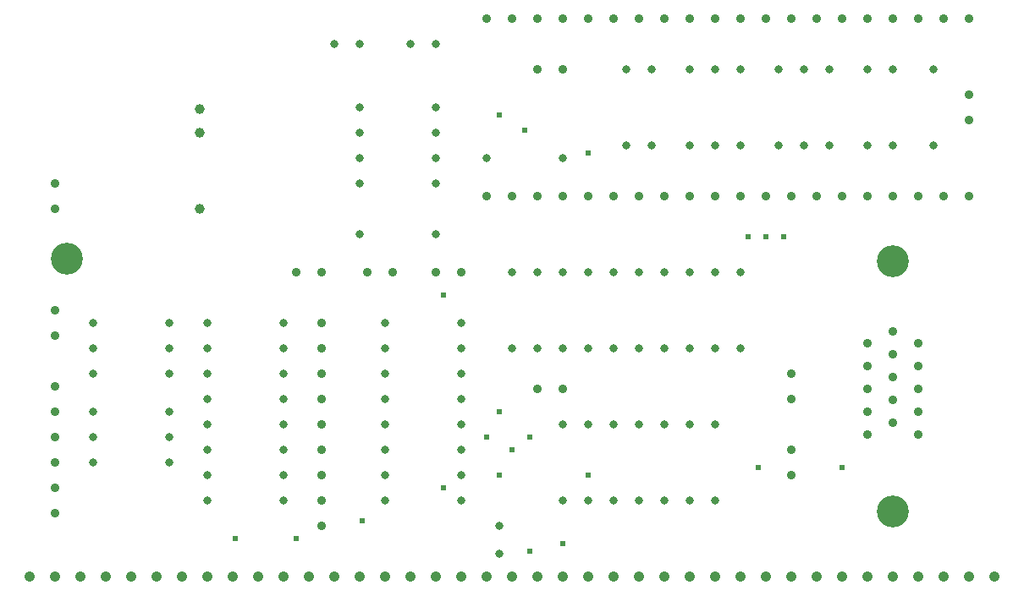
<source format=gbr>
G04 DesignSpark PCB Gerber Version 10.0 Build 5299*
G04 #@! TF.Part,Single*
G04 #@! TF.FilePolarity,Positive*
%FSLAX35Y35*%
%MOIN*%
G04 #@! TA.AperFunction,ViaDrill*
%ADD75C,0.02400*%
%ADD74C,0.03200*%
G04 #@! TA.AperFunction,ComponentDrill*
%ADD76C,0.03500*%
%ADD107C,0.03543*%
%ADD109C,0.03937*%
%ADD78C,0.04200*%
%ADD108C,0.12598*%
G04 #@! TA.AperFunction,MechanicalDrill*
%ADD106C,0.12600*%
G04 #@! TD.AperFunction*
X0Y0D02*
D02*
D74*
X74250Y65250D03*
Y75250D03*
Y85250D03*
Y100250D03*
Y110250D03*
Y120250D03*
X104250Y65250D03*
Y75250D03*
Y85250D03*
Y100250D03*
Y110250D03*
Y120250D03*
X119250Y50250D03*
Y60250D03*
Y70250D03*
Y80250D03*
Y90250D03*
Y100250D03*
Y110250D03*
Y120250D03*
X149250Y50250D03*
Y60250D03*
Y70250D03*
Y80250D03*
Y90250D03*
Y100250D03*
Y110250D03*
Y120250D03*
X169250Y230250D03*
X179250Y155250D03*
Y175250D03*
Y185250D03*
Y195250D03*
Y205250D03*
Y230250D03*
X189250Y50250D03*
Y60250D03*
Y70250D03*
Y80250D03*
Y90250D03*
Y100250D03*
Y110250D03*
Y120250D03*
X199250Y230250D03*
X209250Y155250D03*
Y175250D03*
Y185250D03*
Y195250D03*
Y205250D03*
Y230250D03*
X219250Y50250D03*
Y60250D03*
Y70250D03*
Y80250D03*
Y90250D03*
Y100250D03*
Y110250D03*
Y120250D03*
X229250Y185250D03*
X234250Y29250D03*
Y40250D03*
X239250Y110250D03*
Y140250D03*
X249250Y110250D03*
Y140250D03*
X259250Y50250D03*
Y80250D03*
Y110250D03*
Y140250D03*
Y185250D03*
X269250Y50250D03*
Y80250D03*
Y110250D03*
Y140250D03*
X279250Y50250D03*
Y80250D03*
Y110250D03*
Y140250D03*
X284250Y190250D03*
Y220250D03*
X289250Y50250D03*
Y80250D03*
Y110250D03*
Y140250D03*
X294250Y190250D03*
Y220250D03*
X299250Y50250D03*
Y80250D03*
Y110250D03*
Y140250D03*
X309250Y50250D03*
Y80250D03*
Y110250D03*
Y140250D03*
Y190250D03*
Y220250D03*
X319250Y50250D03*
Y80250D03*
Y110250D03*
Y140250D03*
Y190250D03*
Y220250D03*
X329250Y110250D03*
Y140250D03*
Y190250D03*
Y220250D03*
X344250Y190250D03*
Y220250D03*
X354250Y190250D03*
Y220250D03*
X364250Y190250D03*
Y220250D03*
X379250Y190250D03*
Y220250D03*
X389250Y190250D03*
Y220250D03*
X405250Y190250D03*
Y220250D03*
D02*
D75*
X130250Y35250D03*
X154250D03*
X180250Y42250D03*
X212250Y55250D03*
Y131250D03*
X229250Y75250D03*
X234250Y60250D03*
Y85250D03*
Y202250D03*
X239250Y70250D03*
X244250Y196250D03*
X246250Y30250D03*
Y75250D03*
X259250Y33250D03*
X269250Y60250D03*
Y187250D03*
X332250Y154250D03*
X336250Y63250D03*
X339250Y154250D03*
X346250D03*
X369250Y63250D03*
D02*
D76*
X59250Y45250D03*
Y55250D03*
Y65250D03*
Y75250D03*
Y85250D03*
Y95250D03*
Y115250D03*
Y125250D03*
Y165250D03*
Y175250D03*
X154250Y140250D03*
X164250Y40250D03*
Y50250D03*
Y60250D03*
Y70250D03*
Y80250D03*
Y90250D03*
Y100250D03*
Y110250D03*
Y120250D03*
Y140250D03*
X182250D03*
X192250D03*
X209250D03*
X219250D03*
X229250Y170250D03*
Y240250D03*
X239250Y170250D03*
Y240250D03*
X249250Y94250D03*
Y170250D03*
Y220250D03*
Y240250D03*
X259250Y94250D03*
Y170250D03*
Y220250D03*
Y240250D03*
X269250Y170250D03*
Y240250D03*
X279250Y170250D03*
Y240250D03*
X289250Y170250D03*
Y240250D03*
X299250Y170250D03*
Y240250D03*
X309250Y170250D03*
Y240250D03*
X319250Y170250D03*
Y240250D03*
X329250Y170250D03*
Y240250D03*
X339250Y170250D03*
Y240250D03*
X349250Y60250D03*
Y70250D03*
Y90250D03*
Y100250D03*
Y170250D03*
Y240250D03*
X359250Y170250D03*
Y240250D03*
X369250Y170250D03*
Y240250D03*
X379250Y170250D03*
Y240250D03*
X389250Y170250D03*
Y240250D03*
X399250Y170250D03*
Y240250D03*
X409250Y170250D03*
Y240250D03*
X419250Y170250D03*
Y200250D03*
Y210250D03*
Y240250D03*
D02*
D78*
X49250Y20250D03*
X59250D03*
X69250D03*
X79250D03*
X89250D03*
X99250D03*
X109250D03*
X119250D03*
X129250D03*
X139250D03*
X149250D03*
X159250D03*
X169250D03*
X179250D03*
X189250D03*
X199250D03*
X209250D03*
X219250D03*
X229250D03*
X239250D03*
X249250D03*
X259250D03*
X269250D03*
X279250D03*
X289250D03*
X299250D03*
X309250D03*
X319250D03*
X329250D03*
X339250D03*
X349250D03*
X359250D03*
X369250D03*
X379250D03*
X389250D03*
X399250D03*
X409250D03*
X419250D03*
X429250D03*
D02*
D106*
X63981Y145532D03*
D02*
D107*
X379250Y76266D03*
Y85262D03*
Y94258D03*
Y103254D03*
Y112250D03*
X389250Y80762D03*
Y89758D03*
Y98754D03*
Y107750D03*
Y116746D03*
X399250Y76266D03*
Y85262D03*
Y94258D03*
Y103254D03*
Y112250D03*
D02*
D108*
X389250Y46030D03*
Y144494D03*
D02*
D109*
X116250Y165250D03*
Y195171D03*
Y204620D03*
X0Y0D02*
M02*

</source>
